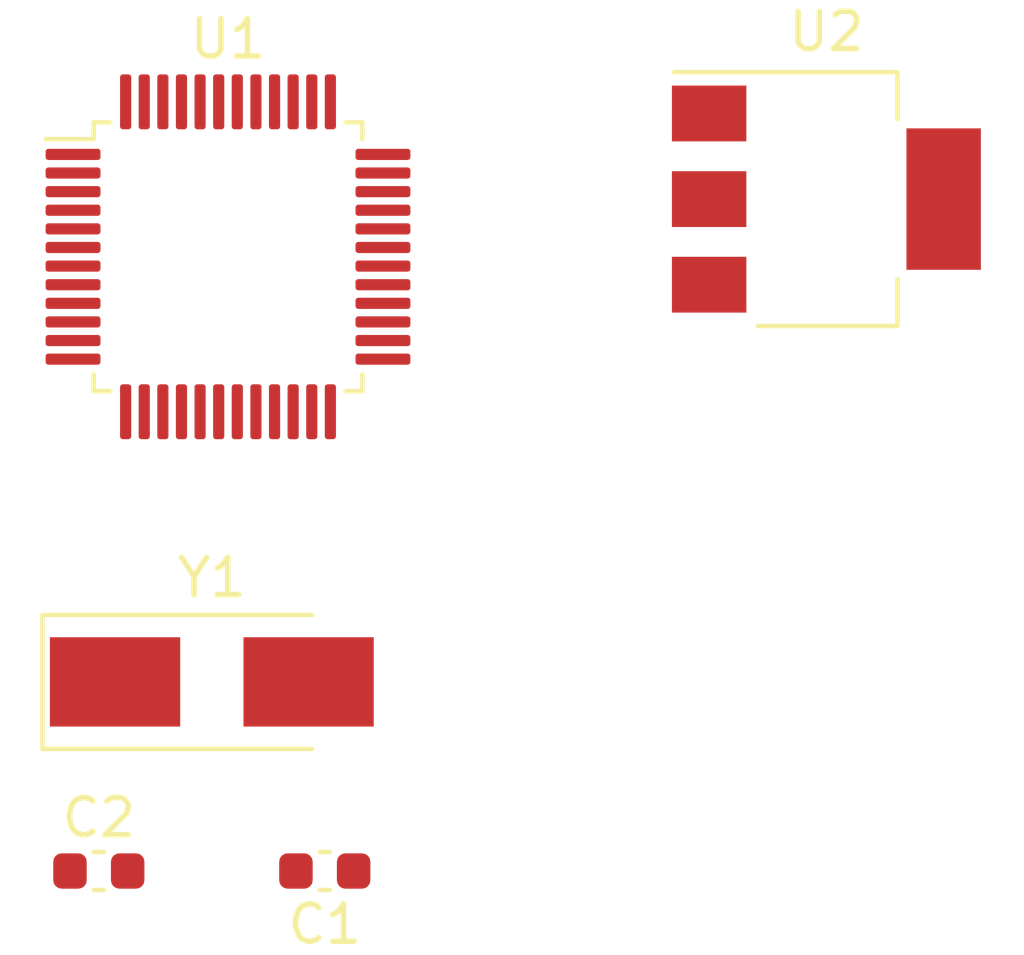
<source format=kicad_pcb>
(kicad_pcb (version 20221018) (generator pcbnew)
  (layers (0 "F.Cu" signal) (31 "B.Cu" signal) (34 "B.Paste" user) (35 "F.Paste" user) (36 "B.SilkS" user "B.Silkscreen") (37 "F.SilkS" user "F.Silkscreen") (38 "B.Mask" user) (39 "F.Mask" user) (44 "Edge.Cuts" user))
  (net 0 "")
  (net 1 "Net-(C1-Pad1)")
  (net 2 "/OSC-IN")
  (net 3 "/OSC-OUT")
  (net 26 "Net-(U1-VSS-Pad23)")
  (net 50 "GND")
  (net 51 "/VCC-3V3")
  (net 52 "Net-(U2-VI)")
  (footprint "Crystal:Crystal_SMD_5032-2Pin_5.0x3.2mm_HandSoldering" (layer "F.Cu") (at 140.97 106.68)
    (fp_text reference "Y1" (at 0 -2.8) (layer "F.SilkS"))
    (fp_text value "Crystal")
    (fp_line (start -4.55 -1.8) (end -4.55 1.8) (stroke (width 0.12)) (layer "F.SilkS"))
    (fp_line (start -4.55 1.8) (end 2.7 1.8) (stroke (width 0.12)) (layer "F.SilkS"))
    (fp_line (start 2.7 -1.8) (end -4.55 -1.8) (stroke (width 0.12)) (layer "F.SilkS"))
    (pad "1" smd rect (at -2.6 0) (size 3.5 2.4) (layers "F.Cu" "F.Paste" "F.Mask") (net 3 "/OSC-OUT"))
    (pad "2" smd rect (at 2.6 0) (size 3.5 2.4) (layers "F.Cu" "F.Paste" "F.Mask") (net 2 "/OSC-IN"))
  )
  (footprint "Package_QFP:LQFP-48_7x7mm_P0.5mm" (layer "F.Cu") (at 141.405 95.26)
    (fp_text reference "U1" (at 0 -5.85) (layer "F.SilkS"))
    (fp_text value "STM32F103C8Tx")
    (fp_line (start -3.61 -3.61) (end -3.61 -3.16) (stroke (width 0.12)) (layer "F.SilkS"))
    (fp_line (start -3.61 -3.16) (end -4.9 -3.16) (stroke (width 0.12)) (layer "F.SilkS"))
    (fp_line (start -3.61 3.61) (end -3.61 3.16) (stroke (width 0.12)) (layer "F.SilkS"))
    (fp_line (start -3.16 -3.61) (end -3.61 -3.61) (stroke (width 0.12)) (layer "F.SilkS"))
    (fp_line (start -3.16 3.61) (end -3.61 3.61) (stroke (width 0.12)) (layer "F.SilkS"))
    (fp_line (start 3.16 -3.61) (end 3.61 -3.61) (stroke (width 0.12)) (layer "F.SilkS"))
    (fp_line (start 3.16 3.61) (end 3.61 3.61) (stroke (width 0.12)) (layer "F.SilkS"))
    (fp_line (start 3.61 -3.61) (end 3.61 -3.16) (stroke (width 0.12)) (layer "F.SilkS"))
    (fp_line (start 3.61 3.61) (end 3.61 3.16) (stroke (width 0.12)) (layer "F.SilkS"))
    (pad "1" smd roundrect (at -4.1625 -2.75) (size 1.475 0.3) (layers "F.Cu" "F.Paste" "F.Mask"))
    (pad "2" smd roundrect (at -4.1625 -2.25) (size 1.475 0.3) (layers "F.Cu" "F.Paste" "F.Mask"))
    (pad "3" smd roundrect (at -4.1625 -1.75) (size 1.475 0.3) (layers "F.Cu" "F.Paste" "F.Mask"))
    (pad "4" smd roundrect (at -4.1625 -1.25) (size 1.475 0.3) (layers "F.Cu" "F.Paste" "F.Mask"))
    (pad "5" smd roundrect (at -4.1625 -0.75) (size 1.475 0.3) (layers "F.Cu" "F.Paste" "F.Mask"))
    (pad "6" smd roundrect (at -4.1625 -0.25) (size 1.475 0.3) (layers "F.Cu" "F.Paste" "F.Mask"))
    (pad "7" smd roundrect (at -4.1625 0.25) (size 1.475 0.3) (layers "F.Cu" "F.Paste" "F.Mask"))
    (pad "8" smd roundrect (at -4.1625 0.75) (size 1.475 0.3) (layers "F.Cu" "F.Paste" "F.Mask"))
    (pad "9" smd roundrect (at -4.1625 1.25) (size 1.475 0.3) (layers "F.Cu" "F.Paste" "F.Mask"))
    (pad "10" smd roundrect (at -4.1625 1.75) (size 1.475 0.3) (layers "F.Cu" "F.Paste" "F.Mask"))
    (pad "11" smd roundrect (at -4.1625 2.25) (size 1.475 0.3) (layers "F.Cu" "F.Paste" "F.Mask"))
    (pad "12" smd roundrect (at -4.1625 2.75) (size 1.475 0.3) (layers "F.Cu" "F.Paste" "F.Mask"))
    (pad "13" smd roundrect (at -2.75 4.1625) (size 0.3 1.475) (layers "F.Cu" "F.Paste" "F.Mask"))
    (pad "14" smd roundrect (at -2.25 4.1625) (size 0.3 1.475) (layers "F.Cu" "F.Paste" "F.Mask"))
    (pad "15" smd roundrect (at -1.75 4.1625) (size 0.3 1.475) (layers "F.Cu" "F.Paste" "F.Mask"))
    (pad "16" smd roundrect (at -1.25 4.1625) (size 0.3 1.475) (layers "F.Cu" "F.Paste" "F.Mask"))
    (pad "17" smd roundrect (at -0.75 4.1625) (size 0.3 1.475) (layers "F.Cu" "F.Paste" "F.Mask"))
    (pad "18" smd roundrect (at -0.25 4.1625) (size 0.3 1.475) (layers "F.Cu" "F.Paste" "F.Mask"))
    (pad "19" smd roundrect (at 0.25 4.1625) (size 0.3 1.475) (layers "F.Cu" "F.Paste" "F.Mask"))
    (pad "20" smd roundrect (at 0.75 4.1625) (size 0.3 1.475) (layers "F.Cu" "F.Paste" "F.Mask"))
    (pad "21" smd roundrect (at 1.25 4.1625) (size 0.3 1.475) (layers "F.Cu" "F.Paste" "F.Mask"))
    (pad "22" smd roundrect (at 1.75 4.1625) (size 0.3 1.475) (layers "F.Cu" "F.Paste" "F.Mask"))
    (pad "23" smd roundrect (at 2.25 4.1625) (size 0.3 1.475) (layers "F.Cu" "F.Paste" "F.Mask") (net 26 "Net-(U1-VSS-Pad23)"))
    (pad "24" smd roundrect (at 2.75 4.1625) (size 0.3 1.475) (layers "F.Cu" "F.Paste" "F.Mask"))
    (pad "25" smd roundrect (at 4.1625 2.75) (size 1.475 0.3) (layers "F.Cu" "F.Paste" "F.Mask"))
    (pad "26" smd roundrect (at 4.1625 2.25) (size 1.475 0.3) (layers "F.Cu" "F.Paste" "F.Mask"))
    (pad "27" smd roundrect (at 4.1625 1.75) (size 1.475 0.3) (layers "F.Cu" "F.Paste" "F.Mask"))
    (pad "28" smd roundrect (at 4.1625 1.25) (size 1.475 0.3) (layers "F.Cu" "F.Paste" "F.Mask"))
    (pad "29" smd roundrect (at 4.1625 0.75) (size 1.475 0.3) (layers "F.Cu" "F.Paste" "F.Mask"))
    (pad "30" smd roundrect (at 4.1625 0.25) (size 1.475 0.3) (layers "F.Cu" "F.Paste" "F.Mask"))
    (pad "31" smd roundrect (at 4.1625 -0.25) (size 1.475 0.3) (layers "F.Cu" "F.Paste" "F.Mask"))
    (pad "32" smd roundrect (at 4.1625 -0.75) (size 1.475 0.3) (layers "F.Cu" "F.Paste" "F.Mask"))
    (pad "33" smd roundrect (at 4.1625 -1.25) (size 1.475 0.3) (layers "F.Cu" "F.Paste" "F.Mask"))
    (pad "34" smd roundrect (at 4.1625 -1.75) (size 1.475 0.3) (layers "F.Cu" "F.Paste" "F.Mask"))
    (pad "35" smd roundrect (at 4.1625 -2.25) (size 1.475 0.3) (layers "F.Cu" "F.Paste" "F.Mask") (net 26 "Net-(U1-VSS-Pad23)"))
    (pad "36" smd roundrect (at 4.1625 -2.75) (size 1.475 0.3) (layers "F.Cu" "F.Paste" "F.Mask"))
    (pad "37" smd roundrect (at 2.75 -4.1625) (size 0.3 1.475) (layers "F.Cu" "F.Paste" "F.Mask"))
    (pad "38" smd roundrect (at 2.25 -4.1625) (size 0.3 1.475) (layers "F.Cu" "F.Paste" "F.Mask"))
    (pad "39" smd roundrect (at 1.75 -4.1625) (size 0.3 1.475) (layers "F.Cu" "F.Paste" "F.Mask"))
    (pad "40" smd roundrect (at 1.25 -4.1625) (size 0.3 1.475) (layers "F.Cu" "F.Paste" "F.Mask"))
    (pad "41" smd roundrect (at 0.75 -4.1625) (size 0.3 1.475) (layers "F.Cu" "F.Paste" "F.Mask"))
    (pad "42" smd roundrect (at 0.25 -4.1625) (size 0.3 1.475) (layers "F.Cu" "F.Paste" "F.Mask"))
    (pad "43" smd roundrect (at -0.25 -4.1625) (size 0.3 1.475) (layers "F.Cu" "F.Paste" "F.Mask"))
    (pad "44" smd roundrect (at -0.75 -4.1625) (size 0.3 1.475) (layers "F.Cu" "F.Paste" "F.Mask"))
    (pad "45" smd roundrect (at -1.25 -4.1625) (size 0.3 1.475) (layers "F.Cu" "F.Paste" "F.Mask"))
    (pad "46" smd roundrect (at -1.75 -4.1625) (size 0.3 1.475) (layers "F.Cu" "F.Paste" "F.Mask"))
    (pad "47" smd roundrect (at -2.25 -4.1625) (size 0.3 1.475) (layers "F.Cu" "F.Paste" "F.Mask") (net 26 "Net-(U1-VSS-Pad23)"))
    (pad "48" smd roundrect (at -2.75 -4.1625) (size 0.3 1.475) (layers "F.Cu" "F.Paste" "F.Mask"))
  )
  (footprint "Capacitor_SMD:C_0603_1608Metric" (layer "F.Cu") (at 144.005 111.76 180)
    (fp_text reference "C1" (at 0 -1.43) (layer "F.SilkS"))
    (fp_text value "C")
    (fp_line (start -0.14058 -0.51) (end 0.14058 -0.51) (stroke (width 0.12)) (layer "F.SilkS"))
    (fp_line (start -0.14058 0.51) (end 0.14058 0.51) (stroke (width 0.12)) (layer "F.SilkS"))
    (pad "1" smd roundrect (at -0.775 0 180) (size 0.9 0.95) (layers "F.Cu" "F.Paste" "F.Mask") (net 1 "Net-(C1-Pad1)"))
    (pad "2" smd roundrect (at 0.775 0 180) (size 0.9 0.95) (layers "F.Cu" "F.Paste" "F.Mask") (net 2 "/OSC-IN"))
  )
  (footprint "Package_TO_SOT_SMD:SOT-223-3_TabPin2" (layer "F.Cu") (at 157.48 93.71)
    (fp_text reference "U2" (at 0 -4.5) (layer "F.SilkS"))
    (fp_text value "AMS1117-3.3")
    (fp_line (start -4.1 -3.41) (end 1.91 -3.41) (stroke (width 0.12)) (layer "F.SilkS"))
    (fp_line (start -1.85 3.41) (end 1.91 3.41) (stroke (width 0.12)) (layer "F.SilkS"))
    (fp_line (start 1.91 -3.41) (end 1.91 -2.15) (stroke (width 0.12)) (layer "F.SilkS"))
    (fp_line (start 1.91 3.41) (end 1.91 2.15) (stroke (width 0.12)) (layer "F.SilkS"))
    (pad "1" smd rect (at -3.15 -2.3) (size 2 1.5) (layers "F.Cu" "F.Paste" "F.Mask") (net 50 "GND"))
    (pad "2" smd rect (at -3.15 0) (size 2 1.5) (layers "F.Cu" "F.Paste" "F.Mask") (net 51 "/VCC-3V3"))
    (pad "2" smd rect (at 3.15 0) (size 2 3.8) (layers "F.Cu" "F.Paste" "F.Mask") (net 51 "/VCC-3V3"))
    (pad "3" smd rect (at -3.15 2.3) (size 2 1.5) (layers "F.Cu" "F.Paste" "F.Mask") (net 52 "Net-(U2-VI)"))
  )
  (footprint "Capacitor_SMD:C_0603_1608Metric" (layer "F.Cu") (at 137.935 111.76)
    (fp_text reference "C2" (at 0 -1.43) (layer "F.SilkS"))
    (fp_text value "C")
    (fp_line (start -0.14058 -0.51) (end 0.14058 -0.51) (stroke (width 0.12)) (layer "F.SilkS"))
    (fp_line (start -0.14058 0.51) (end 0.14058 0.51) (stroke (width 0.12)) (layer "F.SilkS"))
    (pad "1" smd roundrect (at -0.775 0) (size 0.9 0.95) (layers "F.Cu" "F.Paste" "F.Mask") (net 1 "Net-(C1-Pad1)"))
    (pad "2" smd roundrect (at 0.775 0) (size 0.9 0.95) (layers "F.Cu" "F.Paste" "F.Mask") (net 3 "/OSC-OUT"))
  )
)
</source>
